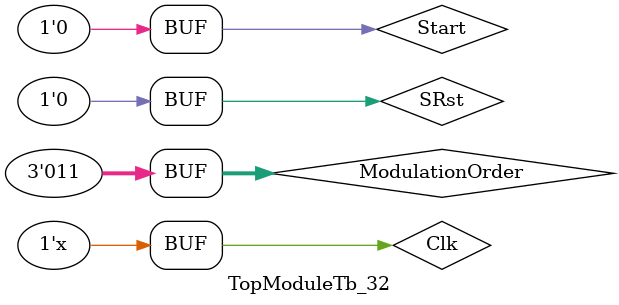
<source format=v>
`timescale 1ns / 1ps

`timescale 1ns / 1ps

module TopModuleTb_32;

    // DUT (Device Under Test) ports
    reg Clk = 1;
    reg SRst = 0;
    reg Start = 0;
    reg [2:0] ModulationOrder = 3'b000;
    
    wire QAMModDataOutValid;
    wire QAMFrameBeginnigIndicator;
    wire [7:0] QAMFrameNum;
    wire [7:0] QAMDataNum;
    wire [11:0] QAMModDataOutRe;
    wire [11:0] QAMModDataOutIm;
    
    wire OTFSTxDataValid;
    wire [15:0] OTFSTxDataRe;
    wire [15:0] OTFSTxDataIm;
    
    wire OTFSRxDemodValid;
    wire [23:0] OTFSRxDemodRe;
    wire [23:0] OTFSRxDemodIm;
    
    wire QAMDemodDataValid;
    wire [4:0] QAMDemodData;

    // Instantiate the DUT
    TopModule_Verilog DUT (
        .Clk(Clk),
        .SRst(SRst),
        .Start(Start),
        .ModulationOrder(ModulationOrder),
        
        .QAMModDataOutValid(QAMModDataOutValid),
        .QAMFrameBeginnigIndicator(QAMFrameBeginnigIndicator),
        .QAMFrameNum(QAMFrameNum),
        .QAMDataNum(QAMDataNum),
        .QAMModDataOutRe(QAMModDataOutRe),
        .QAMModDataOutIm(QAMModDataOutIm),
        
        .OTFSTxDataValid(OTFSTxDataValid),
        .OTFSTxDataRe(OTFSTxDataRe),
        .OTFSTxDataIm(OTFSTxDataIm),
        
        .OTFSRxDemodValid(OTFSRxDemodValid),
        .OTFSRxDemodRe(OTFSRxDemodRe),
        .OTFSRxDemodIm(OTFSRxDemodIm),
        
        .QAMDemodDataValid(QAMDemodDataValid),
        .QAMDemodData(QAMDemodData)
    );

    // Clock generation
    always #5 Clk = ~Clk; // Toggle Clk every 5 ns

    integer logfile;
    // Stimuli process
    initial begin
        // Reset the DUT
        SRst = 1;
        #100;
        SRst = 0;
        #100;
        
        // Start the DUT
        Start = 1;
        ModulationOrder = 3'b011;// 32-QAM
        #10;
        Start = 0;
        
        // Finish simulation
//        #10000;// Wait some time before ending
//        $finish;// Properly end the simulation
//         // Close the log file at the end of the simulation
//        $fclose(logfile);
    end

endmodule
</source>
